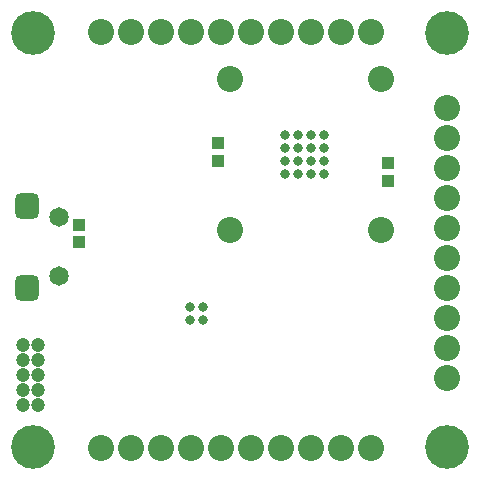
<source format=gbs>
G04*
G04 #@! TF.GenerationSoftware,Altium Limited,Altium Designer,19.1.6 (110)*
G04*
G04 Layer_Color=16711935*
%FSLAX25Y25*%
%MOIN*%
G70*
G01*
G75*
%ADD19R,0.03950X0.03950*%
G04:AMPARAMS|DCode=28|XSize=86.74mil|YSize=82.8mil|CornerRadius=22.7mil|HoleSize=0mil|Usage=FLASHONLY|Rotation=270.000|XOffset=0mil|YOffset=0mil|HoleType=Round|Shape=RoundedRectangle|*
%AMROUNDEDRECTD28*
21,1,0.08674,0.03740,0,0,270.0*
21,1,0.04134,0.08280,0,0,270.0*
1,1,0.04540,-0.01870,-0.02067*
1,1,0.04540,-0.01870,0.02067*
1,1,0.04540,0.01870,0.02067*
1,1,0.04540,0.01870,-0.02067*
%
%ADD28ROUNDEDRECTD28*%
%ADD29C,0.06509*%
%ADD30C,0.08674*%
%ADD31C,0.14580*%
%ADD32C,0.04737*%
%ADD33C,0.03162*%
D19*
X25197Y77953D02*
D03*
Y83858D02*
D03*
X128150Y104331D02*
D03*
Y98425D02*
D03*
X71260Y111024D02*
D03*
Y105118D02*
D03*
D28*
X7874Y62667D02*
D03*
Y90226D02*
D03*
D29*
X18504Y66604D02*
D03*
Y86289D02*
D03*
D30*
X147638Y122835D02*
D03*
Y112835D02*
D03*
Y102835D02*
D03*
Y92835D02*
D03*
Y82835D02*
D03*
Y72835D02*
D03*
Y62835D02*
D03*
Y52835D02*
D03*
Y42835D02*
D03*
Y32835D02*
D03*
X32461Y148031D02*
D03*
X42461D02*
D03*
X52461D02*
D03*
X62461D02*
D03*
X72461D02*
D03*
X82461D02*
D03*
X92461D02*
D03*
X102461D02*
D03*
X112461D02*
D03*
X122461D02*
D03*
X75394Y132480D02*
D03*
Y82087D02*
D03*
X125591D02*
D03*
X125787Y132480D02*
D03*
X122461Y9449D02*
D03*
X112461D02*
D03*
X102461D02*
D03*
X92461D02*
D03*
X82461D02*
D03*
X72461D02*
D03*
X62461D02*
D03*
X52461D02*
D03*
X42461D02*
D03*
X32461D02*
D03*
D31*
X9843Y9843D02*
D03*
X147638D02*
D03*
Y147638D02*
D03*
X9843D02*
D03*
D32*
X11417Y23858D02*
D03*
X6417D02*
D03*
X11417Y28858D02*
D03*
X6417D02*
D03*
X11417Y33858D02*
D03*
X6417D02*
D03*
X11417Y38858D02*
D03*
X6417D02*
D03*
Y43858D02*
D03*
X11417D02*
D03*
D33*
X93898Y100787D02*
D03*
Y105118D02*
D03*
Y109449D02*
D03*
Y113779D02*
D03*
X98228Y100787D02*
D03*
Y105118D02*
D03*
Y109449D02*
D03*
Y113779D02*
D03*
X102559Y100787D02*
D03*
Y105118D02*
D03*
Y109449D02*
D03*
Y113779D02*
D03*
X106890Y100787D02*
D03*
Y105118D02*
D03*
Y109449D02*
D03*
Y113779D02*
D03*
X66535Y56367D02*
D03*
Y52037D02*
D03*
X62205Y56367D02*
D03*
Y52037D02*
D03*
M02*

</source>
